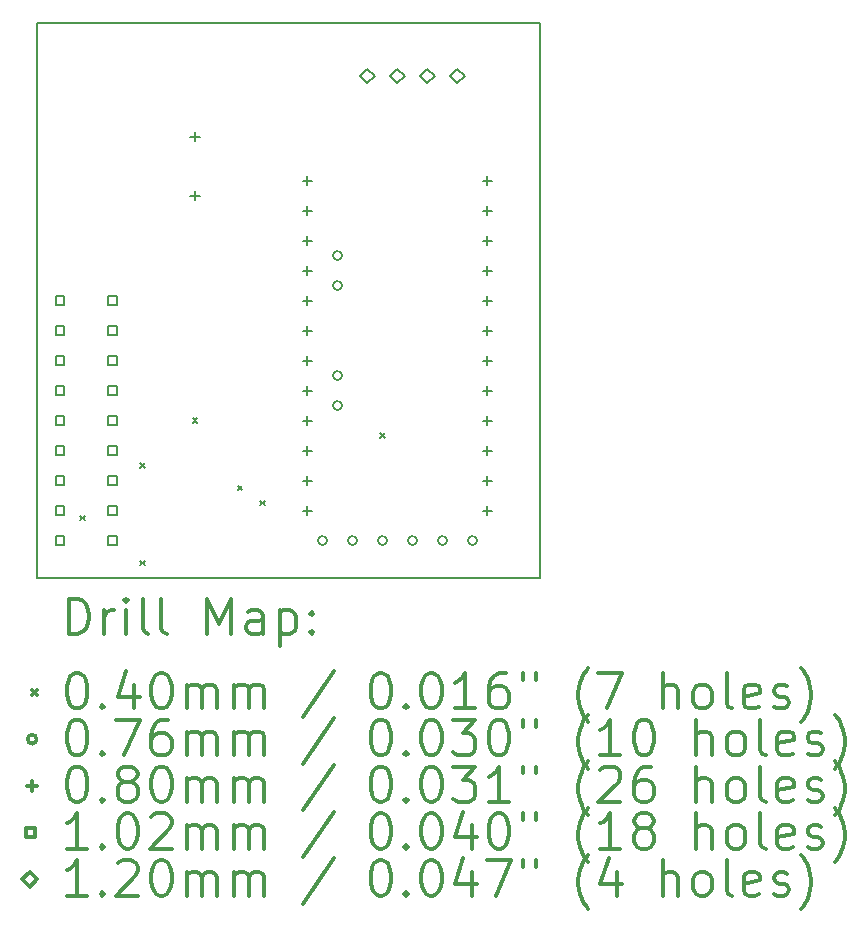
<source format=gbr>
%FSLAX45Y45*%
G04 Gerber Fmt 4.5, Leading zero omitted, Abs format (unit mm)*
G04 Created by KiCad (PCBNEW 4.0.2-4+6225~38~ubuntu15.10.1-stable) date Mon 06 Jun 2016 09:21:07 PM EDT*
%MOMM*%
G01*
G04 APERTURE LIST*
%ADD10C,0.127000*%
%ADD11C,0.150000*%
%ADD12C,0.200000*%
%ADD13C,0.300000*%
G04 APERTURE END LIST*
D10*
D11*
X11811000Y-9144000D02*
X11811000Y-13843000D01*
X16065500Y-9144000D02*
X11811000Y-9144000D01*
X16065500Y-13843000D02*
X16065500Y-9144000D01*
X11811000Y-13843000D02*
X16065500Y-13843000D01*
D12*
X12172000Y-13315000D02*
X12212000Y-13355000D01*
X12212000Y-13315000D02*
X12172000Y-13355000D01*
X12680000Y-12870500D02*
X12720000Y-12910500D01*
X12720000Y-12870500D02*
X12680000Y-12910500D01*
X12680000Y-13696000D02*
X12720000Y-13736000D01*
X12720000Y-13696000D02*
X12680000Y-13736000D01*
X13124500Y-12489500D02*
X13164500Y-12529500D01*
X13164500Y-12489500D02*
X13124500Y-12529500D01*
X13505500Y-13061000D02*
X13545500Y-13101000D01*
X13545500Y-13061000D02*
X13505500Y-13101000D01*
X13696000Y-13188000D02*
X13736000Y-13228000D01*
X13736000Y-13188000D02*
X13696000Y-13228000D01*
X14712000Y-12616500D02*
X14752000Y-12656500D01*
X14752000Y-12616500D02*
X14712000Y-12656500D01*
X14262100Y-13525500D02*
G75*
G03X14262100Y-13525500I-38100J0D01*
G01*
X14389100Y-11112500D02*
G75*
G03X14389100Y-11112500I-38100J0D01*
G01*
X14389100Y-11366500D02*
G75*
G03X14389100Y-11366500I-38100J0D01*
G01*
X14389100Y-12128500D02*
G75*
G03X14389100Y-12128500I-38100J0D01*
G01*
X14389100Y-12382500D02*
G75*
G03X14389100Y-12382500I-38100J0D01*
G01*
X14516100Y-13525500D02*
G75*
G03X14516100Y-13525500I-38100J0D01*
G01*
X14770100Y-13525500D02*
G75*
G03X14770100Y-13525500I-38100J0D01*
G01*
X15024100Y-13525500D02*
G75*
G03X15024100Y-13525500I-38100J0D01*
G01*
X15278100Y-13525500D02*
G75*
G03X15278100Y-13525500I-38100J0D01*
G01*
X15532100Y-13525500D02*
G75*
G03X15532100Y-13525500I-38100J0D01*
G01*
X13144500Y-10064500D02*
X13144500Y-10144500D01*
X13104500Y-10104500D02*
X13184500Y-10104500D01*
X13144500Y-10564500D02*
X13144500Y-10644500D01*
X13104500Y-10604500D02*
X13184500Y-10604500D01*
X14097000Y-10437500D02*
X14097000Y-10517500D01*
X14057000Y-10477500D02*
X14137000Y-10477500D01*
X14097000Y-10691500D02*
X14097000Y-10771500D01*
X14057000Y-10731500D02*
X14137000Y-10731500D01*
X14097000Y-10945500D02*
X14097000Y-11025500D01*
X14057000Y-10985500D02*
X14137000Y-10985500D01*
X14097000Y-11199500D02*
X14097000Y-11279500D01*
X14057000Y-11239500D02*
X14137000Y-11239500D01*
X14097000Y-11453500D02*
X14097000Y-11533500D01*
X14057000Y-11493500D02*
X14137000Y-11493500D01*
X14097000Y-11707500D02*
X14097000Y-11787500D01*
X14057000Y-11747500D02*
X14137000Y-11747500D01*
X14097000Y-11961500D02*
X14097000Y-12041500D01*
X14057000Y-12001500D02*
X14137000Y-12001500D01*
X14097000Y-12215500D02*
X14097000Y-12295500D01*
X14057000Y-12255500D02*
X14137000Y-12255500D01*
X14097000Y-12469500D02*
X14097000Y-12549500D01*
X14057000Y-12509500D02*
X14137000Y-12509500D01*
X14097000Y-12723500D02*
X14097000Y-12803500D01*
X14057000Y-12763500D02*
X14137000Y-12763500D01*
X14097000Y-12977500D02*
X14097000Y-13057500D01*
X14057000Y-13017500D02*
X14137000Y-13017500D01*
X14097000Y-13231500D02*
X14097000Y-13311500D01*
X14057000Y-13271500D02*
X14137000Y-13271500D01*
X15621000Y-10437500D02*
X15621000Y-10517500D01*
X15581000Y-10477500D02*
X15661000Y-10477500D01*
X15621000Y-10691500D02*
X15621000Y-10771500D01*
X15581000Y-10731500D02*
X15661000Y-10731500D01*
X15621000Y-10945500D02*
X15621000Y-11025500D01*
X15581000Y-10985500D02*
X15661000Y-10985500D01*
X15621000Y-11199500D02*
X15621000Y-11279500D01*
X15581000Y-11239500D02*
X15661000Y-11239500D01*
X15621000Y-11453500D02*
X15621000Y-11533500D01*
X15581000Y-11493500D02*
X15661000Y-11493500D01*
X15621000Y-11707500D02*
X15621000Y-11787500D01*
X15581000Y-11747500D02*
X15661000Y-11747500D01*
X15621000Y-11961500D02*
X15621000Y-12041500D01*
X15581000Y-12001500D02*
X15661000Y-12001500D01*
X15621000Y-12215500D02*
X15621000Y-12295500D01*
X15581000Y-12255500D02*
X15661000Y-12255500D01*
X15621000Y-12469500D02*
X15621000Y-12549500D01*
X15581000Y-12509500D02*
X15661000Y-12509500D01*
X15621000Y-12723500D02*
X15621000Y-12803500D01*
X15581000Y-12763500D02*
X15661000Y-12763500D01*
X15621000Y-12977500D02*
X15621000Y-13057500D01*
X15581000Y-13017500D02*
X15661000Y-13017500D01*
X15621000Y-13231500D02*
X15621000Y-13311500D01*
X15581000Y-13271500D02*
X15661000Y-13271500D01*
X12037421Y-11529421D02*
X12037421Y-11457579D01*
X11965579Y-11457579D01*
X11965579Y-11529421D01*
X12037421Y-11529421D01*
X12037421Y-11783421D02*
X12037421Y-11711579D01*
X11965579Y-11711579D01*
X11965579Y-11783421D01*
X12037421Y-11783421D01*
X12037421Y-12037421D02*
X12037421Y-11965579D01*
X11965579Y-11965579D01*
X11965579Y-12037421D01*
X12037421Y-12037421D01*
X12037421Y-12291421D02*
X12037421Y-12219579D01*
X11965579Y-12219579D01*
X11965579Y-12291421D01*
X12037421Y-12291421D01*
X12037421Y-12545421D02*
X12037421Y-12473579D01*
X11965579Y-12473579D01*
X11965579Y-12545421D01*
X12037421Y-12545421D01*
X12037421Y-12799421D02*
X12037421Y-12727579D01*
X11965579Y-12727579D01*
X11965579Y-12799421D01*
X12037421Y-12799421D01*
X12037421Y-13053421D02*
X12037421Y-12981579D01*
X11965579Y-12981579D01*
X11965579Y-13053421D01*
X12037421Y-13053421D01*
X12037421Y-13307421D02*
X12037421Y-13235579D01*
X11965579Y-13235579D01*
X11965579Y-13307421D01*
X12037421Y-13307421D01*
X12037421Y-13561421D02*
X12037421Y-13489579D01*
X11965579Y-13489579D01*
X11965579Y-13561421D01*
X12037421Y-13561421D01*
X12481921Y-11529421D02*
X12481921Y-11457579D01*
X12410079Y-11457579D01*
X12410079Y-11529421D01*
X12481921Y-11529421D01*
X12481921Y-11783421D02*
X12481921Y-11711579D01*
X12410079Y-11711579D01*
X12410079Y-11783421D01*
X12481921Y-11783421D01*
X12481921Y-12037421D02*
X12481921Y-11965579D01*
X12410079Y-11965579D01*
X12410079Y-12037421D01*
X12481921Y-12037421D01*
X12481921Y-12291421D02*
X12481921Y-12219579D01*
X12410079Y-12219579D01*
X12410079Y-12291421D01*
X12481921Y-12291421D01*
X12481921Y-12545421D02*
X12481921Y-12473579D01*
X12410079Y-12473579D01*
X12410079Y-12545421D01*
X12481921Y-12545421D01*
X12481921Y-12799421D02*
X12481921Y-12727579D01*
X12410079Y-12727579D01*
X12410079Y-12799421D01*
X12481921Y-12799421D01*
X12481921Y-13053421D02*
X12481921Y-12981579D01*
X12410079Y-12981579D01*
X12410079Y-13053421D01*
X12481921Y-13053421D01*
X12481921Y-13307421D02*
X12481921Y-13235579D01*
X12410079Y-13235579D01*
X12410079Y-13307421D01*
X12481921Y-13307421D01*
X12481921Y-13561421D02*
X12481921Y-13489579D01*
X12410079Y-13489579D01*
X12410079Y-13561421D01*
X12481921Y-13561421D01*
X14605000Y-9648500D02*
X14665000Y-9588500D01*
X14605000Y-9528500D01*
X14545000Y-9588500D01*
X14605000Y-9648500D01*
X14859000Y-9648500D02*
X14919000Y-9588500D01*
X14859000Y-9528500D01*
X14799000Y-9588500D01*
X14859000Y-9648500D01*
X15113000Y-9648500D02*
X15173000Y-9588500D01*
X15113000Y-9528500D01*
X15053000Y-9588500D01*
X15113000Y-9648500D01*
X15367000Y-9648500D02*
X15427000Y-9588500D01*
X15367000Y-9528500D01*
X15307000Y-9588500D01*
X15367000Y-9648500D01*
D13*
X12074928Y-14316214D02*
X12074928Y-14016214D01*
X12146357Y-14016214D01*
X12189214Y-14030500D01*
X12217786Y-14059071D01*
X12232071Y-14087643D01*
X12246357Y-14144786D01*
X12246357Y-14187643D01*
X12232071Y-14244786D01*
X12217786Y-14273357D01*
X12189214Y-14301929D01*
X12146357Y-14316214D01*
X12074928Y-14316214D01*
X12374928Y-14316214D02*
X12374928Y-14116214D01*
X12374928Y-14173357D02*
X12389214Y-14144786D01*
X12403500Y-14130500D01*
X12432071Y-14116214D01*
X12460643Y-14116214D01*
X12560643Y-14316214D02*
X12560643Y-14116214D01*
X12560643Y-14016214D02*
X12546357Y-14030500D01*
X12560643Y-14044786D01*
X12574928Y-14030500D01*
X12560643Y-14016214D01*
X12560643Y-14044786D01*
X12746357Y-14316214D02*
X12717786Y-14301929D01*
X12703500Y-14273357D01*
X12703500Y-14016214D01*
X12903500Y-14316214D02*
X12874928Y-14301929D01*
X12860643Y-14273357D01*
X12860643Y-14016214D01*
X13246357Y-14316214D02*
X13246357Y-14016214D01*
X13346357Y-14230500D01*
X13446357Y-14016214D01*
X13446357Y-14316214D01*
X13717786Y-14316214D02*
X13717786Y-14159071D01*
X13703500Y-14130500D01*
X13674928Y-14116214D01*
X13617786Y-14116214D01*
X13589214Y-14130500D01*
X13717786Y-14301929D02*
X13689214Y-14316214D01*
X13617786Y-14316214D01*
X13589214Y-14301929D01*
X13574928Y-14273357D01*
X13574928Y-14244786D01*
X13589214Y-14216214D01*
X13617786Y-14201929D01*
X13689214Y-14201929D01*
X13717786Y-14187643D01*
X13860643Y-14116214D02*
X13860643Y-14416214D01*
X13860643Y-14130500D02*
X13889214Y-14116214D01*
X13946357Y-14116214D01*
X13974928Y-14130500D01*
X13989214Y-14144786D01*
X14003500Y-14173357D01*
X14003500Y-14259071D01*
X13989214Y-14287643D01*
X13974928Y-14301929D01*
X13946357Y-14316214D01*
X13889214Y-14316214D01*
X13860643Y-14301929D01*
X14132071Y-14287643D02*
X14146357Y-14301929D01*
X14132071Y-14316214D01*
X14117786Y-14301929D01*
X14132071Y-14287643D01*
X14132071Y-14316214D01*
X14132071Y-14130500D02*
X14146357Y-14144786D01*
X14132071Y-14159071D01*
X14117786Y-14144786D01*
X14132071Y-14130500D01*
X14132071Y-14159071D01*
X11763500Y-14790500D02*
X11803500Y-14830500D01*
X11803500Y-14790500D02*
X11763500Y-14830500D01*
X12132071Y-14646214D02*
X12160643Y-14646214D01*
X12189214Y-14660500D01*
X12203500Y-14674786D01*
X12217786Y-14703357D01*
X12232071Y-14760500D01*
X12232071Y-14831929D01*
X12217786Y-14889071D01*
X12203500Y-14917643D01*
X12189214Y-14931929D01*
X12160643Y-14946214D01*
X12132071Y-14946214D01*
X12103500Y-14931929D01*
X12089214Y-14917643D01*
X12074928Y-14889071D01*
X12060643Y-14831929D01*
X12060643Y-14760500D01*
X12074928Y-14703357D01*
X12089214Y-14674786D01*
X12103500Y-14660500D01*
X12132071Y-14646214D01*
X12360643Y-14917643D02*
X12374928Y-14931929D01*
X12360643Y-14946214D01*
X12346357Y-14931929D01*
X12360643Y-14917643D01*
X12360643Y-14946214D01*
X12632071Y-14746214D02*
X12632071Y-14946214D01*
X12560643Y-14631929D02*
X12489214Y-14846214D01*
X12674928Y-14846214D01*
X12846357Y-14646214D02*
X12874928Y-14646214D01*
X12903500Y-14660500D01*
X12917786Y-14674786D01*
X12932071Y-14703357D01*
X12946357Y-14760500D01*
X12946357Y-14831929D01*
X12932071Y-14889071D01*
X12917786Y-14917643D01*
X12903500Y-14931929D01*
X12874928Y-14946214D01*
X12846357Y-14946214D01*
X12817786Y-14931929D01*
X12803500Y-14917643D01*
X12789214Y-14889071D01*
X12774928Y-14831929D01*
X12774928Y-14760500D01*
X12789214Y-14703357D01*
X12803500Y-14674786D01*
X12817786Y-14660500D01*
X12846357Y-14646214D01*
X13074928Y-14946214D02*
X13074928Y-14746214D01*
X13074928Y-14774786D02*
X13089214Y-14760500D01*
X13117786Y-14746214D01*
X13160643Y-14746214D01*
X13189214Y-14760500D01*
X13203500Y-14789071D01*
X13203500Y-14946214D01*
X13203500Y-14789071D02*
X13217786Y-14760500D01*
X13246357Y-14746214D01*
X13289214Y-14746214D01*
X13317786Y-14760500D01*
X13332071Y-14789071D01*
X13332071Y-14946214D01*
X13474928Y-14946214D02*
X13474928Y-14746214D01*
X13474928Y-14774786D02*
X13489214Y-14760500D01*
X13517786Y-14746214D01*
X13560643Y-14746214D01*
X13589214Y-14760500D01*
X13603500Y-14789071D01*
X13603500Y-14946214D01*
X13603500Y-14789071D02*
X13617786Y-14760500D01*
X13646357Y-14746214D01*
X13689214Y-14746214D01*
X13717786Y-14760500D01*
X13732071Y-14789071D01*
X13732071Y-14946214D01*
X14317786Y-14631929D02*
X14060643Y-15017643D01*
X14703500Y-14646214D02*
X14732071Y-14646214D01*
X14760643Y-14660500D01*
X14774928Y-14674786D01*
X14789214Y-14703357D01*
X14803500Y-14760500D01*
X14803500Y-14831929D01*
X14789214Y-14889071D01*
X14774928Y-14917643D01*
X14760643Y-14931929D01*
X14732071Y-14946214D01*
X14703500Y-14946214D01*
X14674928Y-14931929D01*
X14660643Y-14917643D01*
X14646357Y-14889071D01*
X14632071Y-14831929D01*
X14632071Y-14760500D01*
X14646357Y-14703357D01*
X14660643Y-14674786D01*
X14674928Y-14660500D01*
X14703500Y-14646214D01*
X14932071Y-14917643D02*
X14946357Y-14931929D01*
X14932071Y-14946214D01*
X14917786Y-14931929D01*
X14932071Y-14917643D01*
X14932071Y-14946214D01*
X15132071Y-14646214D02*
X15160643Y-14646214D01*
X15189214Y-14660500D01*
X15203500Y-14674786D01*
X15217785Y-14703357D01*
X15232071Y-14760500D01*
X15232071Y-14831929D01*
X15217785Y-14889071D01*
X15203500Y-14917643D01*
X15189214Y-14931929D01*
X15160643Y-14946214D01*
X15132071Y-14946214D01*
X15103500Y-14931929D01*
X15089214Y-14917643D01*
X15074928Y-14889071D01*
X15060643Y-14831929D01*
X15060643Y-14760500D01*
X15074928Y-14703357D01*
X15089214Y-14674786D01*
X15103500Y-14660500D01*
X15132071Y-14646214D01*
X15517785Y-14946214D02*
X15346357Y-14946214D01*
X15432071Y-14946214D02*
X15432071Y-14646214D01*
X15403500Y-14689071D01*
X15374928Y-14717643D01*
X15346357Y-14731929D01*
X15774928Y-14646214D02*
X15717785Y-14646214D01*
X15689214Y-14660500D01*
X15674928Y-14674786D01*
X15646357Y-14717643D01*
X15632071Y-14774786D01*
X15632071Y-14889071D01*
X15646357Y-14917643D01*
X15660643Y-14931929D01*
X15689214Y-14946214D01*
X15746357Y-14946214D01*
X15774928Y-14931929D01*
X15789214Y-14917643D01*
X15803500Y-14889071D01*
X15803500Y-14817643D01*
X15789214Y-14789071D01*
X15774928Y-14774786D01*
X15746357Y-14760500D01*
X15689214Y-14760500D01*
X15660643Y-14774786D01*
X15646357Y-14789071D01*
X15632071Y-14817643D01*
X15917786Y-14646214D02*
X15917786Y-14703357D01*
X16032071Y-14646214D02*
X16032071Y-14703357D01*
X16474928Y-15060500D02*
X16460643Y-15046214D01*
X16432071Y-15003357D01*
X16417785Y-14974786D01*
X16403500Y-14931929D01*
X16389214Y-14860500D01*
X16389214Y-14803357D01*
X16403500Y-14731929D01*
X16417785Y-14689071D01*
X16432071Y-14660500D01*
X16460643Y-14617643D01*
X16474928Y-14603357D01*
X16560643Y-14646214D02*
X16760643Y-14646214D01*
X16632071Y-14946214D01*
X17103500Y-14946214D02*
X17103500Y-14646214D01*
X17232071Y-14946214D02*
X17232071Y-14789071D01*
X17217786Y-14760500D01*
X17189214Y-14746214D01*
X17146357Y-14746214D01*
X17117786Y-14760500D01*
X17103500Y-14774786D01*
X17417786Y-14946214D02*
X17389214Y-14931929D01*
X17374928Y-14917643D01*
X17360643Y-14889071D01*
X17360643Y-14803357D01*
X17374928Y-14774786D01*
X17389214Y-14760500D01*
X17417786Y-14746214D01*
X17460643Y-14746214D01*
X17489214Y-14760500D01*
X17503500Y-14774786D01*
X17517786Y-14803357D01*
X17517786Y-14889071D01*
X17503500Y-14917643D01*
X17489214Y-14931929D01*
X17460643Y-14946214D01*
X17417786Y-14946214D01*
X17689214Y-14946214D02*
X17660643Y-14931929D01*
X17646357Y-14903357D01*
X17646357Y-14646214D01*
X17917786Y-14931929D02*
X17889214Y-14946214D01*
X17832071Y-14946214D01*
X17803500Y-14931929D01*
X17789214Y-14903357D01*
X17789214Y-14789071D01*
X17803500Y-14760500D01*
X17832071Y-14746214D01*
X17889214Y-14746214D01*
X17917786Y-14760500D01*
X17932071Y-14789071D01*
X17932071Y-14817643D01*
X17789214Y-14846214D01*
X18046357Y-14931929D02*
X18074929Y-14946214D01*
X18132071Y-14946214D01*
X18160643Y-14931929D01*
X18174929Y-14903357D01*
X18174929Y-14889071D01*
X18160643Y-14860500D01*
X18132071Y-14846214D01*
X18089214Y-14846214D01*
X18060643Y-14831929D01*
X18046357Y-14803357D01*
X18046357Y-14789071D01*
X18060643Y-14760500D01*
X18089214Y-14746214D01*
X18132071Y-14746214D01*
X18160643Y-14760500D01*
X18274928Y-15060500D02*
X18289214Y-15046214D01*
X18317786Y-15003357D01*
X18332071Y-14974786D01*
X18346357Y-14931929D01*
X18360643Y-14860500D01*
X18360643Y-14803357D01*
X18346357Y-14731929D01*
X18332071Y-14689071D01*
X18317786Y-14660500D01*
X18289214Y-14617643D01*
X18274928Y-14603357D01*
X11803500Y-15206500D02*
G75*
G03X11803500Y-15206500I-38100J0D01*
G01*
X12132071Y-15042214D02*
X12160643Y-15042214D01*
X12189214Y-15056500D01*
X12203500Y-15070786D01*
X12217786Y-15099357D01*
X12232071Y-15156500D01*
X12232071Y-15227929D01*
X12217786Y-15285071D01*
X12203500Y-15313643D01*
X12189214Y-15327929D01*
X12160643Y-15342214D01*
X12132071Y-15342214D01*
X12103500Y-15327929D01*
X12089214Y-15313643D01*
X12074928Y-15285071D01*
X12060643Y-15227929D01*
X12060643Y-15156500D01*
X12074928Y-15099357D01*
X12089214Y-15070786D01*
X12103500Y-15056500D01*
X12132071Y-15042214D01*
X12360643Y-15313643D02*
X12374928Y-15327929D01*
X12360643Y-15342214D01*
X12346357Y-15327929D01*
X12360643Y-15313643D01*
X12360643Y-15342214D01*
X12474928Y-15042214D02*
X12674928Y-15042214D01*
X12546357Y-15342214D01*
X12917786Y-15042214D02*
X12860643Y-15042214D01*
X12832071Y-15056500D01*
X12817786Y-15070786D01*
X12789214Y-15113643D01*
X12774928Y-15170786D01*
X12774928Y-15285071D01*
X12789214Y-15313643D01*
X12803500Y-15327929D01*
X12832071Y-15342214D01*
X12889214Y-15342214D01*
X12917786Y-15327929D01*
X12932071Y-15313643D01*
X12946357Y-15285071D01*
X12946357Y-15213643D01*
X12932071Y-15185071D01*
X12917786Y-15170786D01*
X12889214Y-15156500D01*
X12832071Y-15156500D01*
X12803500Y-15170786D01*
X12789214Y-15185071D01*
X12774928Y-15213643D01*
X13074928Y-15342214D02*
X13074928Y-15142214D01*
X13074928Y-15170786D02*
X13089214Y-15156500D01*
X13117786Y-15142214D01*
X13160643Y-15142214D01*
X13189214Y-15156500D01*
X13203500Y-15185071D01*
X13203500Y-15342214D01*
X13203500Y-15185071D02*
X13217786Y-15156500D01*
X13246357Y-15142214D01*
X13289214Y-15142214D01*
X13317786Y-15156500D01*
X13332071Y-15185071D01*
X13332071Y-15342214D01*
X13474928Y-15342214D02*
X13474928Y-15142214D01*
X13474928Y-15170786D02*
X13489214Y-15156500D01*
X13517786Y-15142214D01*
X13560643Y-15142214D01*
X13589214Y-15156500D01*
X13603500Y-15185071D01*
X13603500Y-15342214D01*
X13603500Y-15185071D02*
X13617786Y-15156500D01*
X13646357Y-15142214D01*
X13689214Y-15142214D01*
X13717786Y-15156500D01*
X13732071Y-15185071D01*
X13732071Y-15342214D01*
X14317786Y-15027929D02*
X14060643Y-15413643D01*
X14703500Y-15042214D02*
X14732071Y-15042214D01*
X14760643Y-15056500D01*
X14774928Y-15070786D01*
X14789214Y-15099357D01*
X14803500Y-15156500D01*
X14803500Y-15227929D01*
X14789214Y-15285071D01*
X14774928Y-15313643D01*
X14760643Y-15327929D01*
X14732071Y-15342214D01*
X14703500Y-15342214D01*
X14674928Y-15327929D01*
X14660643Y-15313643D01*
X14646357Y-15285071D01*
X14632071Y-15227929D01*
X14632071Y-15156500D01*
X14646357Y-15099357D01*
X14660643Y-15070786D01*
X14674928Y-15056500D01*
X14703500Y-15042214D01*
X14932071Y-15313643D02*
X14946357Y-15327929D01*
X14932071Y-15342214D01*
X14917786Y-15327929D01*
X14932071Y-15313643D01*
X14932071Y-15342214D01*
X15132071Y-15042214D02*
X15160643Y-15042214D01*
X15189214Y-15056500D01*
X15203500Y-15070786D01*
X15217785Y-15099357D01*
X15232071Y-15156500D01*
X15232071Y-15227929D01*
X15217785Y-15285071D01*
X15203500Y-15313643D01*
X15189214Y-15327929D01*
X15160643Y-15342214D01*
X15132071Y-15342214D01*
X15103500Y-15327929D01*
X15089214Y-15313643D01*
X15074928Y-15285071D01*
X15060643Y-15227929D01*
X15060643Y-15156500D01*
X15074928Y-15099357D01*
X15089214Y-15070786D01*
X15103500Y-15056500D01*
X15132071Y-15042214D01*
X15332071Y-15042214D02*
X15517785Y-15042214D01*
X15417785Y-15156500D01*
X15460643Y-15156500D01*
X15489214Y-15170786D01*
X15503500Y-15185071D01*
X15517785Y-15213643D01*
X15517785Y-15285071D01*
X15503500Y-15313643D01*
X15489214Y-15327929D01*
X15460643Y-15342214D01*
X15374928Y-15342214D01*
X15346357Y-15327929D01*
X15332071Y-15313643D01*
X15703500Y-15042214D02*
X15732071Y-15042214D01*
X15760643Y-15056500D01*
X15774928Y-15070786D01*
X15789214Y-15099357D01*
X15803500Y-15156500D01*
X15803500Y-15227929D01*
X15789214Y-15285071D01*
X15774928Y-15313643D01*
X15760643Y-15327929D01*
X15732071Y-15342214D01*
X15703500Y-15342214D01*
X15674928Y-15327929D01*
X15660643Y-15313643D01*
X15646357Y-15285071D01*
X15632071Y-15227929D01*
X15632071Y-15156500D01*
X15646357Y-15099357D01*
X15660643Y-15070786D01*
X15674928Y-15056500D01*
X15703500Y-15042214D01*
X15917786Y-15042214D02*
X15917786Y-15099357D01*
X16032071Y-15042214D02*
X16032071Y-15099357D01*
X16474928Y-15456500D02*
X16460643Y-15442214D01*
X16432071Y-15399357D01*
X16417785Y-15370786D01*
X16403500Y-15327929D01*
X16389214Y-15256500D01*
X16389214Y-15199357D01*
X16403500Y-15127929D01*
X16417785Y-15085071D01*
X16432071Y-15056500D01*
X16460643Y-15013643D01*
X16474928Y-14999357D01*
X16746357Y-15342214D02*
X16574928Y-15342214D01*
X16660643Y-15342214D02*
X16660643Y-15042214D01*
X16632071Y-15085071D01*
X16603500Y-15113643D01*
X16574928Y-15127929D01*
X16932071Y-15042214D02*
X16960643Y-15042214D01*
X16989214Y-15056500D01*
X17003500Y-15070786D01*
X17017786Y-15099357D01*
X17032071Y-15156500D01*
X17032071Y-15227929D01*
X17017786Y-15285071D01*
X17003500Y-15313643D01*
X16989214Y-15327929D01*
X16960643Y-15342214D01*
X16932071Y-15342214D01*
X16903500Y-15327929D01*
X16889214Y-15313643D01*
X16874928Y-15285071D01*
X16860643Y-15227929D01*
X16860643Y-15156500D01*
X16874928Y-15099357D01*
X16889214Y-15070786D01*
X16903500Y-15056500D01*
X16932071Y-15042214D01*
X17389214Y-15342214D02*
X17389214Y-15042214D01*
X17517786Y-15342214D02*
X17517786Y-15185071D01*
X17503500Y-15156500D01*
X17474928Y-15142214D01*
X17432071Y-15142214D01*
X17403500Y-15156500D01*
X17389214Y-15170786D01*
X17703500Y-15342214D02*
X17674928Y-15327929D01*
X17660643Y-15313643D01*
X17646357Y-15285071D01*
X17646357Y-15199357D01*
X17660643Y-15170786D01*
X17674928Y-15156500D01*
X17703500Y-15142214D01*
X17746357Y-15142214D01*
X17774928Y-15156500D01*
X17789214Y-15170786D01*
X17803500Y-15199357D01*
X17803500Y-15285071D01*
X17789214Y-15313643D01*
X17774928Y-15327929D01*
X17746357Y-15342214D01*
X17703500Y-15342214D01*
X17974928Y-15342214D02*
X17946357Y-15327929D01*
X17932071Y-15299357D01*
X17932071Y-15042214D01*
X18203500Y-15327929D02*
X18174929Y-15342214D01*
X18117786Y-15342214D01*
X18089214Y-15327929D01*
X18074929Y-15299357D01*
X18074929Y-15185071D01*
X18089214Y-15156500D01*
X18117786Y-15142214D01*
X18174929Y-15142214D01*
X18203500Y-15156500D01*
X18217786Y-15185071D01*
X18217786Y-15213643D01*
X18074929Y-15242214D01*
X18332071Y-15327929D02*
X18360643Y-15342214D01*
X18417786Y-15342214D01*
X18446357Y-15327929D01*
X18460643Y-15299357D01*
X18460643Y-15285071D01*
X18446357Y-15256500D01*
X18417786Y-15242214D01*
X18374929Y-15242214D01*
X18346357Y-15227929D01*
X18332071Y-15199357D01*
X18332071Y-15185071D01*
X18346357Y-15156500D01*
X18374929Y-15142214D01*
X18417786Y-15142214D01*
X18446357Y-15156500D01*
X18560643Y-15456500D02*
X18574929Y-15442214D01*
X18603500Y-15399357D01*
X18617786Y-15370786D01*
X18632071Y-15327929D01*
X18646357Y-15256500D01*
X18646357Y-15199357D01*
X18632071Y-15127929D01*
X18617786Y-15085071D01*
X18603500Y-15056500D01*
X18574929Y-15013643D01*
X18560643Y-14999357D01*
X11763500Y-15562500D02*
X11763500Y-15642500D01*
X11723500Y-15602500D02*
X11803500Y-15602500D01*
X12132071Y-15438214D02*
X12160643Y-15438214D01*
X12189214Y-15452500D01*
X12203500Y-15466786D01*
X12217786Y-15495357D01*
X12232071Y-15552500D01*
X12232071Y-15623929D01*
X12217786Y-15681071D01*
X12203500Y-15709643D01*
X12189214Y-15723929D01*
X12160643Y-15738214D01*
X12132071Y-15738214D01*
X12103500Y-15723929D01*
X12089214Y-15709643D01*
X12074928Y-15681071D01*
X12060643Y-15623929D01*
X12060643Y-15552500D01*
X12074928Y-15495357D01*
X12089214Y-15466786D01*
X12103500Y-15452500D01*
X12132071Y-15438214D01*
X12360643Y-15709643D02*
X12374928Y-15723929D01*
X12360643Y-15738214D01*
X12346357Y-15723929D01*
X12360643Y-15709643D01*
X12360643Y-15738214D01*
X12546357Y-15566786D02*
X12517786Y-15552500D01*
X12503500Y-15538214D01*
X12489214Y-15509643D01*
X12489214Y-15495357D01*
X12503500Y-15466786D01*
X12517786Y-15452500D01*
X12546357Y-15438214D01*
X12603500Y-15438214D01*
X12632071Y-15452500D01*
X12646357Y-15466786D01*
X12660643Y-15495357D01*
X12660643Y-15509643D01*
X12646357Y-15538214D01*
X12632071Y-15552500D01*
X12603500Y-15566786D01*
X12546357Y-15566786D01*
X12517786Y-15581071D01*
X12503500Y-15595357D01*
X12489214Y-15623929D01*
X12489214Y-15681071D01*
X12503500Y-15709643D01*
X12517786Y-15723929D01*
X12546357Y-15738214D01*
X12603500Y-15738214D01*
X12632071Y-15723929D01*
X12646357Y-15709643D01*
X12660643Y-15681071D01*
X12660643Y-15623929D01*
X12646357Y-15595357D01*
X12632071Y-15581071D01*
X12603500Y-15566786D01*
X12846357Y-15438214D02*
X12874928Y-15438214D01*
X12903500Y-15452500D01*
X12917786Y-15466786D01*
X12932071Y-15495357D01*
X12946357Y-15552500D01*
X12946357Y-15623929D01*
X12932071Y-15681071D01*
X12917786Y-15709643D01*
X12903500Y-15723929D01*
X12874928Y-15738214D01*
X12846357Y-15738214D01*
X12817786Y-15723929D01*
X12803500Y-15709643D01*
X12789214Y-15681071D01*
X12774928Y-15623929D01*
X12774928Y-15552500D01*
X12789214Y-15495357D01*
X12803500Y-15466786D01*
X12817786Y-15452500D01*
X12846357Y-15438214D01*
X13074928Y-15738214D02*
X13074928Y-15538214D01*
X13074928Y-15566786D02*
X13089214Y-15552500D01*
X13117786Y-15538214D01*
X13160643Y-15538214D01*
X13189214Y-15552500D01*
X13203500Y-15581071D01*
X13203500Y-15738214D01*
X13203500Y-15581071D02*
X13217786Y-15552500D01*
X13246357Y-15538214D01*
X13289214Y-15538214D01*
X13317786Y-15552500D01*
X13332071Y-15581071D01*
X13332071Y-15738214D01*
X13474928Y-15738214D02*
X13474928Y-15538214D01*
X13474928Y-15566786D02*
X13489214Y-15552500D01*
X13517786Y-15538214D01*
X13560643Y-15538214D01*
X13589214Y-15552500D01*
X13603500Y-15581071D01*
X13603500Y-15738214D01*
X13603500Y-15581071D02*
X13617786Y-15552500D01*
X13646357Y-15538214D01*
X13689214Y-15538214D01*
X13717786Y-15552500D01*
X13732071Y-15581071D01*
X13732071Y-15738214D01*
X14317786Y-15423929D02*
X14060643Y-15809643D01*
X14703500Y-15438214D02*
X14732071Y-15438214D01*
X14760643Y-15452500D01*
X14774928Y-15466786D01*
X14789214Y-15495357D01*
X14803500Y-15552500D01*
X14803500Y-15623929D01*
X14789214Y-15681071D01*
X14774928Y-15709643D01*
X14760643Y-15723929D01*
X14732071Y-15738214D01*
X14703500Y-15738214D01*
X14674928Y-15723929D01*
X14660643Y-15709643D01*
X14646357Y-15681071D01*
X14632071Y-15623929D01*
X14632071Y-15552500D01*
X14646357Y-15495357D01*
X14660643Y-15466786D01*
X14674928Y-15452500D01*
X14703500Y-15438214D01*
X14932071Y-15709643D02*
X14946357Y-15723929D01*
X14932071Y-15738214D01*
X14917786Y-15723929D01*
X14932071Y-15709643D01*
X14932071Y-15738214D01*
X15132071Y-15438214D02*
X15160643Y-15438214D01*
X15189214Y-15452500D01*
X15203500Y-15466786D01*
X15217785Y-15495357D01*
X15232071Y-15552500D01*
X15232071Y-15623929D01*
X15217785Y-15681071D01*
X15203500Y-15709643D01*
X15189214Y-15723929D01*
X15160643Y-15738214D01*
X15132071Y-15738214D01*
X15103500Y-15723929D01*
X15089214Y-15709643D01*
X15074928Y-15681071D01*
X15060643Y-15623929D01*
X15060643Y-15552500D01*
X15074928Y-15495357D01*
X15089214Y-15466786D01*
X15103500Y-15452500D01*
X15132071Y-15438214D01*
X15332071Y-15438214D02*
X15517785Y-15438214D01*
X15417785Y-15552500D01*
X15460643Y-15552500D01*
X15489214Y-15566786D01*
X15503500Y-15581071D01*
X15517785Y-15609643D01*
X15517785Y-15681071D01*
X15503500Y-15709643D01*
X15489214Y-15723929D01*
X15460643Y-15738214D01*
X15374928Y-15738214D01*
X15346357Y-15723929D01*
X15332071Y-15709643D01*
X15803500Y-15738214D02*
X15632071Y-15738214D01*
X15717785Y-15738214D02*
X15717785Y-15438214D01*
X15689214Y-15481071D01*
X15660643Y-15509643D01*
X15632071Y-15523929D01*
X15917786Y-15438214D02*
X15917786Y-15495357D01*
X16032071Y-15438214D02*
X16032071Y-15495357D01*
X16474928Y-15852500D02*
X16460643Y-15838214D01*
X16432071Y-15795357D01*
X16417785Y-15766786D01*
X16403500Y-15723929D01*
X16389214Y-15652500D01*
X16389214Y-15595357D01*
X16403500Y-15523929D01*
X16417785Y-15481071D01*
X16432071Y-15452500D01*
X16460643Y-15409643D01*
X16474928Y-15395357D01*
X16574928Y-15466786D02*
X16589214Y-15452500D01*
X16617785Y-15438214D01*
X16689214Y-15438214D01*
X16717785Y-15452500D01*
X16732071Y-15466786D01*
X16746357Y-15495357D01*
X16746357Y-15523929D01*
X16732071Y-15566786D01*
X16560643Y-15738214D01*
X16746357Y-15738214D01*
X17003500Y-15438214D02*
X16946357Y-15438214D01*
X16917786Y-15452500D01*
X16903500Y-15466786D01*
X16874928Y-15509643D01*
X16860643Y-15566786D01*
X16860643Y-15681071D01*
X16874928Y-15709643D01*
X16889214Y-15723929D01*
X16917786Y-15738214D01*
X16974928Y-15738214D01*
X17003500Y-15723929D01*
X17017786Y-15709643D01*
X17032071Y-15681071D01*
X17032071Y-15609643D01*
X17017786Y-15581071D01*
X17003500Y-15566786D01*
X16974928Y-15552500D01*
X16917786Y-15552500D01*
X16889214Y-15566786D01*
X16874928Y-15581071D01*
X16860643Y-15609643D01*
X17389214Y-15738214D02*
X17389214Y-15438214D01*
X17517786Y-15738214D02*
X17517786Y-15581071D01*
X17503500Y-15552500D01*
X17474928Y-15538214D01*
X17432071Y-15538214D01*
X17403500Y-15552500D01*
X17389214Y-15566786D01*
X17703500Y-15738214D02*
X17674928Y-15723929D01*
X17660643Y-15709643D01*
X17646357Y-15681071D01*
X17646357Y-15595357D01*
X17660643Y-15566786D01*
X17674928Y-15552500D01*
X17703500Y-15538214D01*
X17746357Y-15538214D01*
X17774928Y-15552500D01*
X17789214Y-15566786D01*
X17803500Y-15595357D01*
X17803500Y-15681071D01*
X17789214Y-15709643D01*
X17774928Y-15723929D01*
X17746357Y-15738214D01*
X17703500Y-15738214D01*
X17974928Y-15738214D02*
X17946357Y-15723929D01*
X17932071Y-15695357D01*
X17932071Y-15438214D01*
X18203500Y-15723929D02*
X18174929Y-15738214D01*
X18117786Y-15738214D01*
X18089214Y-15723929D01*
X18074929Y-15695357D01*
X18074929Y-15581071D01*
X18089214Y-15552500D01*
X18117786Y-15538214D01*
X18174929Y-15538214D01*
X18203500Y-15552500D01*
X18217786Y-15581071D01*
X18217786Y-15609643D01*
X18074929Y-15638214D01*
X18332071Y-15723929D02*
X18360643Y-15738214D01*
X18417786Y-15738214D01*
X18446357Y-15723929D01*
X18460643Y-15695357D01*
X18460643Y-15681071D01*
X18446357Y-15652500D01*
X18417786Y-15638214D01*
X18374929Y-15638214D01*
X18346357Y-15623929D01*
X18332071Y-15595357D01*
X18332071Y-15581071D01*
X18346357Y-15552500D01*
X18374929Y-15538214D01*
X18417786Y-15538214D01*
X18446357Y-15552500D01*
X18560643Y-15852500D02*
X18574929Y-15838214D01*
X18603500Y-15795357D01*
X18617786Y-15766786D01*
X18632071Y-15723929D01*
X18646357Y-15652500D01*
X18646357Y-15595357D01*
X18632071Y-15523929D01*
X18617786Y-15481071D01*
X18603500Y-15452500D01*
X18574929Y-15409643D01*
X18560643Y-15395357D01*
X11788621Y-16034421D02*
X11788621Y-15962579D01*
X11716778Y-15962579D01*
X11716778Y-16034421D01*
X11788621Y-16034421D01*
X12232071Y-16134214D02*
X12060643Y-16134214D01*
X12146357Y-16134214D02*
X12146357Y-15834214D01*
X12117786Y-15877071D01*
X12089214Y-15905643D01*
X12060643Y-15919929D01*
X12360643Y-16105643D02*
X12374928Y-16119929D01*
X12360643Y-16134214D01*
X12346357Y-16119929D01*
X12360643Y-16105643D01*
X12360643Y-16134214D01*
X12560643Y-15834214D02*
X12589214Y-15834214D01*
X12617786Y-15848500D01*
X12632071Y-15862786D01*
X12646357Y-15891357D01*
X12660643Y-15948500D01*
X12660643Y-16019929D01*
X12646357Y-16077071D01*
X12632071Y-16105643D01*
X12617786Y-16119929D01*
X12589214Y-16134214D01*
X12560643Y-16134214D01*
X12532071Y-16119929D01*
X12517786Y-16105643D01*
X12503500Y-16077071D01*
X12489214Y-16019929D01*
X12489214Y-15948500D01*
X12503500Y-15891357D01*
X12517786Y-15862786D01*
X12532071Y-15848500D01*
X12560643Y-15834214D01*
X12774928Y-15862786D02*
X12789214Y-15848500D01*
X12817786Y-15834214D01*
X12889214Y-15834214D01*
X12917786Y-15848500D01*
X12932071Y-15862786D01*
X12946357Y-15891357D01*
X12946357Y-15919929D01*
X12932071Y-15962786D01*
X12760643Y-16134214D01*
X12946357Y-16134214D01*
X13074928Y-16134214D02*
X13074928Y-15934214D01*
X13074928Y-15962786D02*
X13089214Y-15948500D01*
X13117786Y-15934214D01*
X13160643Y-15934214D01*
X13189214Y-15948500D01*
X13203500Y-15977071D01*
X13203500Y-16134214D01*
X13203500Y-15977071D02*
X13217786Y-15948500D01*
X13246357Y-15934214D01*
X13289214Y-15934214D01*
X13317786Y-15948500D01*
X13332071Y-15977071D01*
X13332071Y-16134214D01*
X13474928Y-16134214D02*
X13474928Y-15934214D01*
X13474928Y-15962786D02*
X13489214Y-15948500D01*
X13517786Y-15934214D01*
X13560643Y-15934214D01*
X13589214Y-15948500D01*
X13603500Y-15977071D01*
X13603500Y-16134214D01*
X13603500Y-15977071D02*
X13617786Y-15948500D01*
X13646357Y-15934214D01*
X13689214Y-15934214D01*
X13717786Y-15948500D01*
X13732071Y-15977071D01*
X13732071Y-16134214D01*
X14317786Y-15819929D02*
X14060643Y-16205643D01*
X14703500Y-15834214D02*
X14732071Y-15834214D01*
X14760643Y-15848500D01*
X14774928Y-15862786D01*
X14789214Y-15891357D01*
X14803500Y-15948500D01*
X14803500Y-16019929D01*
X14789214Y-16077071D01*
X14774928Y-16105643D01*
X14760643Y-16119929D01*
X14732071Y-16134214D01*
X14703500Y-16134214D01*
X14674928Y-16119929D01*
X14660643Y-16105643D01*
X14646357Y-16077071D01*
X14632071Y-16019929D01*
X14632071Y-15948500D01*
X14646357Y-15891357D01*
X14660643Y-15862786D01*
X14674928Y-15848500D01*
X14703500Y-15834214D01*
X14932071Y-16105643D02*
X14946357Y-16119929D01*
X14932071Y-16134214D01*
X14917786Y-16119929D01*
X14932071Y-16105643D01*
X14932071Y-16134214D01*
X15132071Y-15834214D02*
X15160643Y-15834214D01*
X15189214Y-15848500D01*
X15203500Y-15862786D01*
X15217785Y-15891357D01*
X15232071Y-15948500D01*
X15232071Y-16019929D01*
X15217785Y-16077071D01*
X15203500Y-16105643D01*
X15189214Y-16119929D01*
X15160643Y-16134214D01*
X15132071Y-16134214D01*
X15103500Y-16119929D01*
X15089214Y-16105643D01*
X15074928Y-16077071D01*
X15060643Y-16019929D01*
X15060643Y-15948500D01*
X15074928Y-15891357D01*
X15089214Y-15862786D01*
X15103500Y-15848500D01*
X15132071Y-15834214D01*
X15489214Y-15934214D02*
X15489214Y-16134214D01*
X15417785Y-15819929D02*
X15346357Y-16034214D01*
X15532071Y-16034214D01*
X15703500Y-15834214D02*
X15732071Y-15834214D01*
X15760643Y-15848500D01*
X15774928Y-15862786D01*
X15789214Y-15891357D01*
X15803500Y-15948500D01*
X15803500Y-16019929D01*
X15789214Y-16077071D01*
X15774928Y-16105643D01*
X15760643Y-16119929D01*
X15732071Y-16134214D01*
X15703500Y-16134214D01*
X15674928Y-16119929D01*
X15660643Y-16105643D01*
X15646357Y-16077071D01*
X15632071Y-16019929D01*
X15632071Y-15948500D01*
X15646357Y-15891357D01*
X15660643Y-15862786D01*
X15674928Y-15848500D01*
X15703500Y-15834214D01*
X15917786Y-15834214D02*
X15917786Y-15891357D01*
X16032071Y-15834214D02*
X16032071Y-15891357D01*
X16474928Y-16248500D02*
X16460643Y-16234214D01*
X16432071Y-16191357D01*
X16417785Y-16162786D01*
X16403500Y-16119929D01*
X16389214Y-16048500D01*
X16389214Y-15991357D01*
X16403500Y-15919929D01*
X16417785Y-15877071D01*
X16432071Y-15848500D01*
X16460643Y-15805643D01*
X16474928Y-15791357D01*
X16746357Y-16134214D02*
X16574928Y-16134214D01*
X16660643Y-16134214D02*
X16660643Y-15834214D01*
X16632071Y-15877071D01*
X16603500Y-15905643D01*
X16574928Y-15919929D01*
X16917786Y-15962786D02*
X16889214Y-15948500D01*
X16874928Y-15934214D01*
X16860643Y-15905643D01*
X16860643Y-15891357D01*
X16874928Y-15862786D01*
X16889214Y-15848500D01*
X16917786Y-15834214D01*
X16974928Y-15834214D01*
X17003500Y-15848500D01*
X17017786Y-15862786D01*
X17032071Y-15891357D01*
X17032071Y-15905643D01*
X17017786Y-15934214D01*
X17003500Y-15948500D01*
X16974928Y-15962786D01*
X16917786Y-15962786D01*
X16889214Y-15977071D01*
X16874928Y-15991357D01*
X16860643Y-16019929D01*
X16860643Y-16077071D01*
X16874928Y-16105643D01*
X16889214Y-16119929D01*
X16917786Y-16134214D01*
X16974928Y-16134214D01*
X17003500Y-16119929D01*
X17017786Y-16105643D01*
X17032071Y-16077071D01*
X17032071Y-16019929D01*
X17017786Y-15991357D01*
X17003500Y-15977071D01*
X16974928Y-15962786D01*
X17389214Y-16134214D02*
X17389214Y-15834214D01*
X17517786Y-16134214D02*
X17517786Y-15977071D01*
X17503500Y-15948500D01*
X17474928Y-15934214D01*
X17432071Y-15934214D01*
X17403500Y-15948500D01*
X17389214Y-15962786D01*
X17703500Y-16134214D02*
X17674928Y-16119929D01*
X17660643Y-16105643D01*
X17646357Y-16077071D01*
X17646357Y-15991357D01*
X17660643Y-15962786D01*
X17674928Y-15948500D01*
X17703500Y-15934214D01*
X17746357Y-15934214D01*
X17774928Y-15948500D01*
X17789214Y-15962786D01*
X17803500Y-15991357D01*
X17803500Y-16077071D01*
X17789214Y-16105643D01*
X17774928Y-16119929D01*
X17746357Y-16134214D01*
X17703500Y-16134214D01*
X17974928Y-16134214D02*
X17946357Y-16119929D01*
X17932071Y-16091357D01*
X17932071Y-15834214D01*
X18203500Y-16119929D02*
X18174929Y-16134214D01*
X18117786Y-16134214D01*
X18089214Y-16119929D01*
X18074929Y-16091357D01*
X18074929Y-15977071D01*
X18089214Y-15948500D01*
X18117786Y-15934214D01*
X18174929Y-15934214D01*
X18203500Y-15948500D01*
X18217786Y-15977071D01*
X18217786Y-16005643D01*
X18074929Y-16034214D01*
X18332071Y-16119929D02*
X18360643Y-16134214D01*
X18417786Y-16134214D01*
X18446357Y-16119929D01*
X18460643Y-16091357D01*
X18460643Y-16077071D01*
X18446357Y-16048500D01*
X18417786Y-16034214D01*
X18374929Y-16034214D01*
X18346357Y-16019929D01*
X18332071Y-15991357D01*
X18332071Y-15977071D01*
X18346357Y-15948500D01*
X18374929Y-15934214D01*
X18417786Y-15934214D01*
X18446357Y-15948500D01*
X18560643Y-16248500D02*
X18574929Y-16234214D01*
X18603500Y-16191357D01*
X18617786Y-16162786D01*
X18632071Y-16119929D01*
X18646357Y-16048500D01*
X18646357Y-15991357D01*
X18632071Y-15919929D01*
X18617786Y-15877071D01*
X18603500Y-15848500D01*
X18574929Y-15805643D01*
X18560643Y-15791357D01*
X11743500Y-16454500D02*
X11803500Y-16394500D01*
X11743500Y-16334500D01*
X11683500Y-16394500D01*
X11743500Y-16454500D01*
X12232071Y-16530214D02*
X12060643Y-16530214D01*
X12146357Y-16530214D02*
X12146357Y-16230214D01*
X12117786Y-16273071D01*
X12089214Y-16301643D01*
X12060643Y-16315929D01*
X12360643Y-16501643D02*
X12374928Y-16515929D01*
X12360643Y-16530214D01*
X12346357Y-16515929D01*
X12360643Y-16501643D01*
X12360643Y-16530214D01*
X12489214Y-16258786D02*
X12503500Y-16244500D01*
X12532071Y-16230214D01*
X12603500Y-16230214D01*
X12632071Y-16244500D01*
X12646357Y-16258786D01*
X12660643Y-16287357D01*
X12660643Y-16315929D01*
X12646357Y-16358786D01*
X12474928Y-16530214D01*
X12660643Y-16530214D01*
X12846357Y-16230214D02*
X12874928Y-16230214D01*
X12903500Y-16244500D01*
X12917786Y-16258786D01*
X12932071Y-16287357D01*
X12946357Y-16344500D01*
X12946357Y-16415929D01*
X12932071Y-16473071D01*
X12917786Y-16501643D01*
X12903500Y-16515929D01*
X12874928Y-16530214D01*
X12846357Y-16530214D01*
X12817786Y-16515929D01*
X12803500Y-16501643D01*
X12789214Y-16473071D01*
X12774928Y-16415929D01*
X12774928Y-16344500D01*
X12789214Y-16287357D01*
X12803500Y-16258786D01*
X12817786Y-16244500D01*
X12846357Y-16230214D01*
X13074928Y-16530214D02*
X13074928Y-16330214D01*
X13074928Y-16358786D02*
X13089214Y-16344500D01*
X13117786Y-16330214D01*
X13160643Y-16330214D01*
X13189214Y-16344500D01*
X13203500Y-16373071D01*
X13203500Y-16530214D01*
X13203500Y-16373071D02*
X13217786Y-16344500D01*
X13246357Y-16330214D01*
X13289214Y-16330214D01*
X13317786Y-16344500D01*
X13332071Y-16373071D01*
X13332071Y-16530214D01*
X13474928Y-16530214D02*
X13474928Y-16330214D01*
X13474928Y-16358786D02*
X13489214Y-16344500D01*
X13517786Y-16330214D01*
X13560643Y-16330214D01*
X13589214Y-16344500D01*
X13603500Y-16373071D01*
X13603500Y-16530214D01*
X13603500Y-16373071D02*
X13617786Y-16344500D01*
X13646357Y-16330214D01*
X13689214Y-16330214D01*
X13717786Y-16344500D01*
X13732071Y-16373071D01*
X13732071Y-16530214D01*
X14317786Y-16215929D02*
X14060643Y-16601643D01*
X14703500Y-16230214D02*
X14732071Y-16230214D01*
X14760643Y-16244500D01*
X14774928Y-16258786D01*
X14789214Y-16287357D01*
X14803500Y-16344500D01*
X14803500Y-16415929D01*
X14789214Y-16473071D01*
X14774928Y-16501643D01*
X14760643Y-16515929D01*
X14732071Y-16530214D01*
X14703500Y-16530214D01*
X14674928Y-16515929D01*
X14660643Y-16501643D01*
X14646357Y-16473071D01*
X14632071Y-16415929D01*
X14632071Y-16344500D01*
X14646357Y-16287357D01*
X14660643Y-16258786D01*
X14674928Y-16244500D01*
X14703500Y-16230214D01*
X14932071Y-16501643D02*
X14946357Y-16515929D01*
X14932071Y-16530214D01*
X14917786Y-16515929D01*
X14932071Y-16501643D01*
X14932071Y-16530214D01*
X15132071Y-16230214D02*
X15160643Y-16230214D01*
X15189214Y-16244500D01*
X15203500Y-16258786D01*
X15217785Y-16287357D01*
X15232071Y-16344500D01*
X15232071Y-16415929D01*
X15217785Y-16473071D01*
X15203500Y-16501643D01*
X15189214Y-16515929D01*
X15160643Y-16530214D01*
X15132071Y-16530214D01*
X15103500Y-16515929D01*
X15089214Y-16501643D01*
X15074928Y-16473071D01*
X15060643Y-16415929D01*
X15060643Y-16344500D01*
X15074928Y-16287357D01*
X15089214Y-16258786D01*
X15103500Y-16244500D01*
X15132071Y-16230214D01*
X15489214Y-16330214D02*
X15489214Y-16530214D01*
X15417785Y-16215929D02*
X15346357Y-16430214D01*
X15532071Y-16430214D01*
X15617785Y-16230214D02*
X15817785Y-16230214D01*
X15689214Y-16530214D01*
X15917786Y-16230214D02*
X15917786Y-16287357D01*
X16032071Y-16230214D02*
X16032071Y-16287357D01*
X16474928Y-16644500D02*
X16460643Y-16630214D01*
X16432071Y-16587357D01*
X16417785Y-16558786D01*
X16403500Y-16515929D01*
X16389214Y-16444500D01*
X16389214Y-16387357D01*
X16403500Y-16315929D01*
X16417785Y-16273071D01*
X16432071Y-16244500D01*
X16460643Y-16201643D01*
X16474928Y-16187357D01*
X16717785Y-16330214D02*
X16717785Y-16530214D01*
X16646357Y-16215929D02*
X16574928Y-16430214D01*
X16760643Y-16430214D01*
X17103500Y-16530214D02*
X17103500Y-16230214D01*
X17232071Y-16530214D02*
X17232071Y-16373071D01*
X17217786Y-16344500D01*
X17189214Y-16330214D01*
X17146357Y-16330214D01*
X17117786Y-16344500D01*
X17103500Y-16358786D01*
X17417786Y-16530214D02*
X17389214Y-16515929D01*
X17374928Y-16501643D01*
X17360643Y-16473071D01*
X17360643Y-16387357D01*
X17374928Y-16358786D01*
X17389214Y-16344500D01*
X17417786Y-16330214D01*
X17460643Y-16330214D01*
X17489214Y-16344500D01*
X17503500Y-16358786D01*
X17517786Y-16387357D01*
X17517786Y-16473071D01*
X17503500Y-16501643D01*
X17489214Y-16515929D01*
X17460643Y-16530214D01*
X17417786Y-16530214D01*
X17689214Y-16530214D02*
X17660643Y-16515929D01*
X17646357Y-16487357D01*
X17646357Y-16230214D01*
X17917786Y-16515929D02*
X17889214Y-16530214D01*
X17832071Y-16530214D01*
X17803500Y-16515929D01*
X17789214Y-16487357D01*
X17789214Y-16373071D01*
X17803500Y-16344500D01*
X17832071Y-16330214D01*
X17889214Y-16330214D01*
X17917786Y-16344500D01*
X17932071Y-16373071D01*
X17932071Y-16401643D01*
X17789214Y-16430214D01*
X18046357Y-16515929D02*
X18074929Y-16530214D01*
X18132071Y-16530214D01*
X18160643Y-16515929D01*
X18174929Y-16487357D01*
X18174929Y-16473071D01*
X18160643Y-16444500D01*
X18132071Y-16430214D01*
X18089214Y-16430214D01*
X18060643Y-16415929D01*
X18046357Y-16387357D01*
X18046357Y-16373071D01*
X18060643Y-16344500D01*
X18089214Y-16330214D01*
X18132071Y-16330214D01*
X18160643Y-16344500D01*
X18274928Y-16644500D02*
X18289214Y-16630214D01*
X18317786Y-16587357D01*
X18332071Y-16558786D01*
X18346357Y-16515929D01*
X18360643Y-16444500D01*
X18360643Y-16387357D01*
X18346357Y-16315929D01*
X18332071Y-16273071D01*
X18317786Y-16244500D01*
X18289214Y-16201643D01*
X18274928Y-16187357D01*
M02*

</source>
